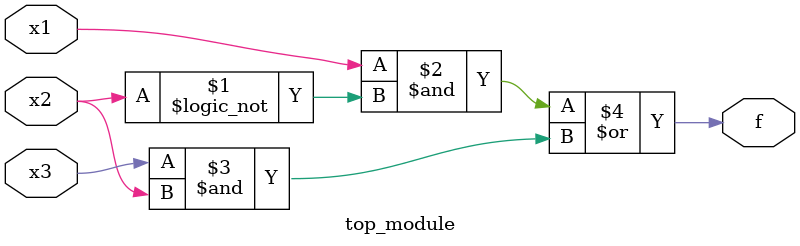
<source format=sv>
module top_module (
	input x3,
	input x2,
	input x1,
	output f
);
	assign f = (x1 & !x2) | (x3 & x2);
endmodule

</source>
